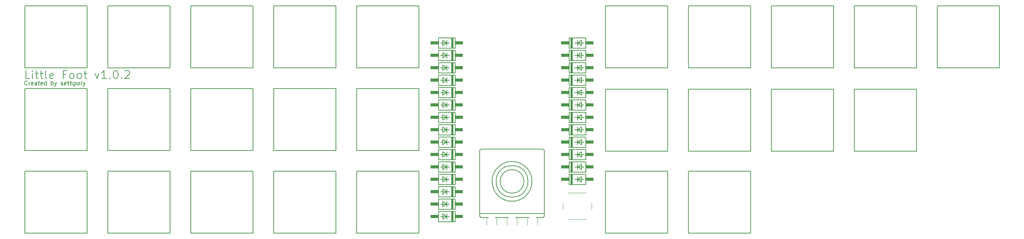
<source format=gto>
%TF.GenerationSoftware,KiCad,Pcbnew,(6.0.2)*%
%TF.CreationDate,2022-03-21T22:20:15-04:00*%
%TF.ProjectId,carpal26_1.0.12,63617270-616c-4323-965f-312e302e3132,rev?*%
%TF.SameCoordinates,Original*%
%TF.FileFunction,Legend,Top*%
%TF.FilePolarity,Positive*%
%FSLAX46Y46*%
G04 Gerber Fmt 4.6, Leading zero omitted, Abs format (unit mm)*
G04 Created by KiCad (PCBNEW (6.0.2)) date 2022-03-21 22:20:15*
%MOMM*%
%LPD*%
G01*
G04 APERTURE LIST*
%ADD10C,0.150000*%
%ADD11C,0.127000*%
%ADD12C,0.152400*%
%ADD13C,0.203200*%
%ADD14C,0.101600*%
%ADD15C,0.120000*%
%ADD16C,4.000400*%
%ADD17C,2.133600*%
%ADD18C,2.743200*%
%ADD19C,1.879600*%
%ADD20C,2.100000*%
%ADD21O,2.003200X3.803200*%
%ADD22C,2.082800*%
%ADD23C,2.000000*%
G04 APERTURE END LIST*
D10*
X20924095Y-95607142D02*
X20876476Y-95654761D01*
X20733619Y-95702380D01*
X20638380Y-95702380D01*
X20495523Y-95654761D01*
X20400285Y-95559523D01*
X20352666Y-95464285D01*
X20305047Y-95273809D01*
X20305047Y-95130952D01*
X20352666Y-94940476D01*
X20400285Y-94845238D01*
X20495523Y-94750000D01*
X20638380Y-94702380D01*
X20733619Y-94702380D01*
X20876476Y-94750000D01*
X20924095Y-94797619D01*
X21352666Y-95702380D02*
X21352666Y-95035714D01*
X21352666Y-95226190D02*
X21400285Y-95130952D01*
X21447904Y-95083333D01*
X21543142Y-95035714D01*
X21638380Y-95035714D01*
X22352666Y-95654761D02*
X22257428Y-95702380D01*
X22066952Y-95702380D01*
X21971714Y-95654761D01*
X21924095Y-95559523D01*
X21924095Y-95178571D01*
X21971714Y-95083333D01*
X22066952Y-95035714D01*
X22257428Y-95035714D01*
X22352666Y-95083333D01*
X22400285Y-95178571D01*
X22400285Y-95273809D01*
X21924095Y-95369047D01*
X23257428Y-95702380D02*
X23257428Y-95178571D01*
X23209809Y-95083333D01*
X23114571Y-95035714D01*
X22924095Y-95035714D01*
X22828857Y-95083333D01*
X23257428Y-95654761D02*
X23162190Y-95702380D01*
X22924095Y-95702380D01*
X22828857Y-95654761D01*
X22781238Y-95559523D01*
X22781238Y-95464285D01*
X22828857Y-95369047D01*
X22924095Y-95321428D01*
X23162190Y-95321428D01*
X23257428Y-95273809D01*
X23590761Y-95035714D02*
X23971714Y-95035714D01*
X23733619Y-94702380D02*
X23733619Y-95559523D01*
X23781238Y-95654761D01*
X23876476Y-95702380D01*
X23971714Y-95702380D01*
X24685999Y-95654761D02*
X24590761Y-95702380D01*
X24400285Y-95702380D01*
X24305047Y-95654761D01*
X24257428Y-95559523D01*
X24257428Y-95178571D01*
X24305047Y-95083333D01*
X24400285Y-95035714D01*
X24590761Y-95035714D01*
X24685999Y-95083333D01*
X24733619Y-95178571D01*
X24733619Y-95273809D01*
X24257428Y-95369047D01*
X25590761Y-95702380D02*
X25590761Y-94702380D01*
X25590761Y-95654761D02*
X25495523Y-95702380D01*
X25305047Y-95702380D01*
X25209809Y-95654761D01*
X25162190Y-95607142D01*
X25114571Y-95511904D01*
X25114571Y-95226190D01*
X25162190Y-95130952D01*
X25209809Y-95083333D01*
X25305047Y-95035714D01*
X25495523Y-95035714D01*
X25590761Y-95083333D01*
X26828857Y-95702380D02*
X26828857Y-94702380D01*
X26828857Y-95083333D02*
X26924095Y-95035714D01*
X27114571Y-95035714D01*
X27209809Y-95083333D01*
X27257428Y-95130952D01*
X27305047Y-95226190D01*
X27305047Y-95511904D01*
X27257428Y-95607142D01*
X27209809Y-95654761D01*
X27114571Y-95702380D01*
X26924095Y-95702380D01*
X26828857Y-95654761D01*
X27638380Y-95035714D02*
X27876476Y-95702380D01*
X28114571Y-95035714D02*
X27876476Y-95702380D01*
X27781238Y-95940476D01*
X27733619Y-95988095D01*
X27638380Y-96035714D01*
X29209809Y-95654761D02*
X29305047Y-95702380D01*
X29495523Y-95702380D01*
X29590761Y-95654761D01*
X29638380Y-95559523D01*
X29638380Y-95511904D01*
X29590761Y-95416666D01*
X29495523Y-95369047D01*
X29352666Y-95369047D01*
X29257428Y-95321428D01*
X29209809Y-95226190D01*
X29209809Y-95178571D01*
X29257428Y-95083333D01*
X29352666Y-95035714D01*
X29495523Y-95035714D01*
X29590761Y-95083333D01*
X30447904Y-95654761D02*
X30352666Y-95702380D01*
X30162190Y-95702380D01*
X30066952Y-95654761D01*
X30019333Y-95559523D01*
X30019333Y-95178571D01*
X30066952Y-95083333D01*
X30162190Y-95035714D01*
X30352666Y-95035714D01*
X30447904Y-95083333D01*
X30495523Y-95178571D01*
X30495523Y-95273809D01*
X30019333Y-95369047D01*
X30781238Y-95035714D02*
X31162190Y-95035714D01*
X30924095Y-94702380D02*
X30924095Y-95559523D01*
X30971714Y-95654761D01*
X31066952Y-95702380D01*
X31162190Y-95702380D01*
X31495523Y-95702380D02*
X31495523Y-94702380D01*
X31924095Y-95702380D02*
X31924095Y-95178571D01*
X31876476Y-95083333D01*
X31781238Y-95035714D01*
X31638380Y-95035714D01*
X31543142Y-95083333D01*
X31495523Y-95130952D01*
X32400285Y-95035714D02*
X32400285Y-96035714D01*
X32400285Y-95083333D02*
X32495523Y-95035714D01*
X32685999Y-95035714D01*
X32781238Y-95083333D01*
X32828857Y-95130952D01*
X32876476Y-95226190D01*
X32876476Y-95511904D01*
X32828857Y-95607142D01*
X32781238Y-95654761D01*
X32685999Y-95702380D01*
X32495523Y-95702380D01*
X32400285Y-95654761D01*
X33447904Y-95702380D02*
X33352666Y-95654761D01*
X33305047Y-95607142D01*
X33257428Y-95511904D01*
X33257428Y-95226190D01*
X33305047Y-95130952D01*
X33352666Y-95083333D01*
X33447904Y-95035714D01*
X33590761Y-95035714D01*
X33686000Y-95083333D01*
X33733619Y-95130952D01*
X33781238Y-95226190D01*
X33781238Y-95511904D01*
X33733619Y-95607142D01*
X33686000Y-95654761D01*
X33590761Y-95702380D01*
X33447904Y-95702380D01*
X34352666Y-95702380D02*
X34257428Y-95654761D01*
X34209809Y-95559523D01*
X34209809Y-94702380D01*
X34638380Y-95035714D02*
X34876476Y-95702380D01*
X35114571Y-95035714D02*
X34876476Y-95702380D01*
X34781238Y-95940476D01*
X34733619Y-95988095D01*
X34638380Y-96035714D01*
X21559714Y-94122761D02*
X20607333Y-94122761D01*
X20607333Y-92122761D01*
X22226380Y-94122761D02*
X22226380Y-92789428D01*
X22226380Y-92122761D02*
X22131142Y-92218000D01*
X22226380Y-92313238D01*
X22321619Y-92218000D01*
X22226380Y-92122761D01*
X22226380Y-92313238D01*
X22893047Y-92789428D02*
X23654952Y-92789428D01*
X23178761Y-92122761D02*
X23178761Y-93837047D01*
X23274000Y-94027523D01*
X23464476Y-94122761D01*
X23654952Y-94122761D01*
X24035904Y-92789428D02*
X24797809Y-92789428D01*
X24321619Y-92122761D02*
X24321619Y-93837047D01*
X24416857Y-94027523D01*
X24607333Y-94122761D01*
X24797809Y-94122761D01*
X25750190Y-94122761D02*
X25559714Y-94027523D01*
X25464476Y-93837047D01*
X25464476Y-92122761D01*
X27274000Y-94027523D02*
X27083523Y-94122761D01*
X26702571Y-94122761D01*
X26512095Y-94027523D01*
X26416857Y-93837047D01*
X26416857Y-93075142D01*
X26512095Y-92884666D01*
X26702571Y-92789428D01*
X27083523Y-92789428D01*
X27274000Y-92884666D01*
X27369238Y-93075142D01*
X27369238Y-93265619D01*
X26416857Y-93456095D01*
X30416857Y-93075142D02*
X29750190Y-93075142D01*
X29750190Y-94122761D02*
X29750190Y-92122761D01*
X30702571Y-92122761D01*
X31750190Y-94122761D02*
X31559714Y-94027523D01*
X31464476Y-93932285D01*
X31369238Y-93741809D01*
X31369238Y-93170380D01*
X31464476Y-92979904D01*
X31559714Y-92884666D01*
X31750190Y-92789428D01*
X32035904Y-92789428D01*
X32226380Y-92884666D01*
X32321619Y-92979904D01*
X32416857Y-93170380D01*
X32416857Y-93741809D01*
X32321619Y-93932285D01*
X32226380Y-94027523D01*
X32035904Y-94122761D01*
X31750190Y-94122761D01*
X33559714Y-94122761D02*
X33369238Y-94027523D01*
X33274000Y-93932285D01*
X33178761Y-93741809D01*
X33178761Y-93170380D01*
X33274000Y-92979904D01*
X33369238Y-92884666D01*
X33559714Y-92789428D01*
X33845428Y-92789428D01*
X34035904Y-92884666D01*
X34131142Y-92979904D01*
X34226380Y-93170380D01*
X34226380Y-93741809D01*
X34131142Y-93932285D01*
X34035904Y-94027523D01*
X33845428Y-94122761D01*
X33559714Y-94122761D01*
X34797809Y-92789428D02*
X35559714Y-92789428D01*
X35083523Y-92122761D02*
X35083523Y-93837047D01*
X35178761Y-94027523D01*
X35369238Y-94122761D01*
X35559714Y-94122761D01*
X37559714Y-92789428D02*
X38035904Y-94122761D01*
X38512095Y-92789428D01*
X40321619Y-94122761D02*
X39178761Y-94122761D01*
X39750190Y-94122761D02*
X39750190Y-92122761D01*
X39559714Y-92408476D01*
X39369238Y-92598952D01*
X39178761Y-92694190D01*
X41178761Y-93932285D02*
X41274000Y-94027523D01*
X41178761Y-94122761D01*
X41083523Y-94027523D01*
X41178761Y-93932285D01*
X41178761Y-94122761D01*
X42512095Y-92122761D02*
X42702571Y-92122761D01*
X42893047Y-92218000D01*
X42988285Y-92313238D01*
X43083523Y-92503714D01*
X43178761Y-92884666D01*
X43178761Y-93360857D01*
X43083523Y-93741809D01*
X42988285Y-93932285D01*
X42893047Y-94027523D01*
X42702571Y-94122761D01*
X42512095Y-94122761D01*
X42321619Y-94027523D01*
X42226380Y-93932285D01*
X42131142Y-93741809D01*
X42035904Y-93360857D01*
X42035904Y-92884666D01*
X42131142Y-92503714D01*
X42226380Y-92313238D01*
X42321619Y-92218000D01*
X42512095Y-92122761D01*
X44035904Y-93932285D02*
X44131142Y-94027523D01*
X44035904Y-94122761D01*
X43940666Y-94027523D01*
X44035904Y-93932285D01*
X44035904Y-94122761D01*
X44893047Y-92313238D02*
X44988285Y-92218000D01*
X45178761Y-92122761D01*
X45654952Y-92122761D01*
X45845428Y-92218000D01*
X45940666Y-92313238D01*
X46035904Y-92503714D01*
X46035904Y-92694190D01*
X45940666Y-92979904D01*
X44797809Y-94122761D01*
X46035904Y-94122761D01*
D11*
X96520000Y-91440000D02*
X81280000Y-91440000D01*
X81280000Y-76200000D02*
X96520000Y-76200000D01*
X81280000Y-91440000D02*
X81280000Y-76200000D01*
X96520000Y-76200000D02*
X96520000Y-91440000D01*
D12*
X122682000Y-101219000D02*
X122682000Y-99949000D01*
X125730000Y-101854000D02*
X121666000Y-101854000D01*
X121666000Y-99314000D02*
X125730000Y-99314000D01*
X123698000Y-100584000D02*
X122682000Y-101219000D01*
X121666000Y-99314000D02*
X121666000Y-101854000D01*
X123698000Y-101219000D02*
X123698000Y-100584000D01*
X124333000Y-100584000D02*
X123698000Y-100584000D01*
X123698000Y-100584000D02*
X123698000Y-99949000D01*
X122682000Y-99949000D02*
X123698000Y-100584000D01*
X123698000Y-100584000D02*
X122174000Y-100584000D01*
X125730000Y-101854000D02*
X125730000Y-99314000D01*
G36*
X125349000Y-101854000D02*
G01*
X124841000Y-101854000D01*
X124841000Y-99314000D01*
X125349000Y-99314000D01*
X125349000Y-101854000D01*
G37*
G36*
X121666000Y-100965000D02*
G01*
X119761000Y-100965000D01*
X119761000Y-100203000D01*
X121666000Y-100203000D01*
X121666000Y-100965000D01*
G37*
G36*
X127635000Y-100965000D02*
G01*
X125730000Y-100965000D01*
X125730000Y-100203000D01*
X127635000Y-100203000D01*
X127635000Y-100965000D01*
G37*
X124333000Y-112776000D02*
X123698000Y-112776000D01*
X123698000Y-113411000D02*
X123698000Y-112776000D01*
X123698000Y-112776000D02*
X123698000Y-112141000D01*
X125730000Y-114046000D02*
X121666000Y-114046000D01*
X123698000Y-112776000D02*
X122682000Y-113411000D01*
X121666000Y-111506000D02*
X121666000Y-114046000D01*
X123698000Y-112776000D02*
X122174000Y-112776000D01*
X121666000Y-111506000D02*
X125730000Y-111506000D01*
X125730000Y-114046000D02*
X125730000Y-111506000D01*
X122682000Y-112141000D02*
X123698000Y-112776000D01*
X122682000Y-113411000D02*
X122682000Y-112141000D01*
G36*
X121666000Y-113157000D02*
G01*
X119761000Y-113157000D01*
X119761000Y-112395000D01*
X121666000Y-112395000D01*
X121666000Y-113157000D01*
G37*
G36*
X127635000Y-113157000D02*
G01*
X125730000Y-113157000D01*
X125730000Y-112395000D01*
X127635000Y-112395000D01*
X127635000Y-113157000D01*
G37*
G36*
X125349000Y-114046000D02*
G01*
X124841000Y-114046000D01*
X124841000Y-111506000D01*
X125349000Y-111506000D01*
X125349000Y-114046000D01*
G37*
X156718000Y-109093000D02*
X156718000Y-110363000D01*
X155702000Y-109093000D02*
X155702000Y-109728000D01*
X153670000Y-108458000D02*
X157734000Y-108458000D01*
X156718000Y-110363000D02*
X155702000Y-109728000D01*
X155702000Y-109728000D02*
X156718000Y-109093000D01*
X153670000Y-108458000D02*
X153670000Y-110998000D01*
X155702000Y-109728000D02*
X155702000Y-110363000D01*
X155702000Y-109728000D02*
X157226000Y-109728000D01*
X157734000Y-110998000D02*
X157734000Y-108458000D01*
X157734000Y-110998000D02*
X153670000Y-110998000D01*
X155067000Y-109728000D02*
X155702000Y-109728000D01*
G36*
X154559000Y-110998000D02*
G01*
X154051000Y-110998000D01*
X154051000Y-108458000D01*
X154559000Y-108458000D01*
X154559000Y-110998000D01*
G37*
G36*
X153670000Y-110109000D02*
G01*
X151765000Y-110109000D01*
X151765000Y-109347000D01*
X153670000Y-109347000D01*
X153670000Y-110109000D01*
G37*
G36*
X159639000Y-110109000D02*
G01*
X157734000Y-110109000D01*
X157734000Y-109347000D01*
X159639000Y-109347000D01*
X159639000Y-110109000D01*
G37*
D11*
X182880000Y-132080000D02*
X182880000Y-116840000D01*
X182880000Y-116840000D02*
X198120000Y-116840000D01*
X198120000Y-116840000D02*
X198120000Y-132080000D01*
X198120000Y-132080000D02*
X182880000Y-132080000D01*
D12*
X156718000Y-118237000D02*
X156718000Y-119507000D01*
X155702000Y-118872000D02*
X156718000Y-118237000D01*
X157734000Y-120142000D02*
X157734000Y-117602000D01*
X156718000Y-119507000D02*
X155702000Y-118872000D01*
X153670000Y-117602000D02*
X157734000Y-117602000D01*
X155702000Y-118872000D02*
X155702000Y-119507000D01*
X157734000Y-120142000D02*
X153670000Y-120142000D01*
X155067000Y-118872000D02*
X155702000Y-118872000D01*
X155702000Y-118872000D02*
X157226000Y-118872000D01*
X153670000Y-117602000D02*
X153670000Y-120142000D01*
X155702000Y-118237000D02*
X155702000Y-118872000D01*
G36*
X154559000Y-120142000D02*
G01*
X154051000Y-120142000D01*
X154051000Y-117602000D01*
X154559000Y-117602000D01*
X154559000Y-120142000D01*
G37*
G36*
X159639000Y-119253000D02*
G01*
X157734000Y-119253000D01*
X157734000Y-118491000D01*
X159639000Y-118491000D01*
X159639000Y-119253000D01*
G37*
G36*
X153670000Y-119253000D02*
G01*
X151765000Y-119253000D01*
X151765000Y-118491000D01*
X153670000Y-118491000D01*
X153670000Y-119253000D01*
G37*
D11*
X60960000Y-132080000D02*
X60960000Y-116840000D01*
X76200000Y-116840000D02*
X76200000Y-132080000D01*
X76200000Y-132080000D02*
X60960000Y-132080000D01*
X60960000Y-116840000D02*
X76200000Y-116840000D01*
X55880000Y-111760000D02*
X40640000Y-111760000D01*
X40640000Y-111760000D02*
X40640000Y-96520000D01*
X40640000Y-96520000D02*
X55880000Y-96520000D01*
X55880000Y-96520000D02*
X55880000Y-111760000D01*
X76200000Y-91440000D02*
X60960000Y-91440000D01*
X60960000Y-76200000D02*
X76200000Y-76200000D01*
X76200000Y-76200000D02*
X76200000Y-91440000D01*
X60960000Y-91440000D02*
X60960000Y-76200000D01*
D12*
X123698000Y-107315000D02*
X123698000Y-106680000D01*
X125730000Y-107950000D02*
X121666000Y-107950000D01*
X122682000Y-106045000D02*
X123698000Y-106680000D01*
X125730000Y-107950000D02*
X125730000Y-105410000D01*
X122682000Y-107315000D02*
X122682000Y-106045000D01*
X123698000Y-106680000D02*
X123698000Y-106045000D01*
X124333000Y-106680000D02*
X123698000Y-106680000D01*
X123698000Y-106680000D02*
X122682000Y-107315000D01*
X123698000Y-106680000D02*
X122174000Y-106680000D01*
X121666000Y-105410000D02*
X121666000Y-107950000D01*
X121666000Y-105410000D02*
X125730000Y-105410000D01*
G36*
X125349000Y-107950000D02*
G01*
X124841000Y-107950000D01*
X124841000Y-105410000D01*
X125349000Y-105410000D01*
X125349000Y-107950000D01*
G37*
G36*
X127635000Y-107061000D02*
G01*
X125730000Y-107061000D01*
X125730000Y-106299000D01*
X127635000Y-106299000D01*
X127635000Y-107061000D01*
G37*
G36*
X121666000Y-107061000D02*
G01*
X119761000Y-107061000D01*
X119761000Y-106299000D01*
X121666000Y-106299000D01*
X121666000Y-107061000D01*
G37*
X155702000Y-115824000D02*
X155702000Y-116459000D01*
X153670000Y-114554000D02*
X157734000Y-114554000D01*
X155067000Y-115824000D02*
X155702000Y-115824000D01*
X155702000Y-115824000D02*
X156718000Y-115189000D01*
X157734000Y-117094000D02*
X157734000Y-114554000D01*
X157734000Y-117094000D02*
X153670000Y-117094000D01*
X156718000Y-115189000D02*
X156718000Y-116459000D01*
X155702000Y-115824000D02*
X157226000Y-115824000D01*
X156718000Y-116459000D02*
X155702000Y-115824000D01*
X155702000Y-115189000D02*
X155702000Y-115824000D01*
X153670000Y-114554000D02*
X153670000Y-117094000D01*
G36*
X154559000Y-117094000D02*
G01*
X154051000Y-117094000D01*
X154051000Y-114554000D01*
X154559000Y-114554000D01*
X154559000Y-117094000D01*
G37*
G36*
X153670000Y-116205000D02*
G01*
X151765000Y-116205000D01*
X151765000Y-115443000D01*
X153670000Y-115443000D01*
X153670000Y-116205000D01*
G37*
G36*
X159639000Y-116205000D02*
G01*
X157734000Y-116205000D01*
X157734000Y-115443000D01*
X159639000Y-115443000D01*
X159639000Y-116205000D01*
G37*
D11*
X203200000Y-76200000D02*
X218440000Y-76200000D01*
X203200000Y-91440000D02*
X203200000Y-76200000D01*
X218440000Y-91440000D02*
X203200000Y-91440000D01*
X218440000Y-76200000D02*
X218440000Y-91440000D01*
D13*
X132100000Y-111480000D02*
X131800000Y-111780000D01*
X147600000Y-127280000D02*
X147600000Y-111780000D01*
X147600000Y-111780000D02*
X147300000Y-111480000D01*
D14*
X138500000Y-130080000D02*
X138500000Y-128380000D01*
X140900000Y-130080000D02*
X140900000Y-128380000D01*
D13*
X131800000Y-111780000D02*
X131800000Y-127280000D01*
X147300000Y-111480000D02*
X139700000Y-111480000D01*
X132100000Y-128280000D02*
X131800000Y-127980000D01*
X147600000Y-127980000D02*
X147600000Y-127380000D01*
D14*
X145900000Y-130080000D02*
X145900000Y-128380000D01*
X133500000Y-130080000D02*
X133500000Y-128380000D01*
X135900000Y-130080000D02*
X135900000Y-128380000D01*
D13*
X131800000Y-127980000D02*
X131800000Y-127380000D01*
X131800000Y-127280000D02*
X139700000Y-127280000D01*
D14*
X143500000Y-130080000D02*
X143500000Y-128380000D01*
D13*
X147300000Y-128280000D02*
X147600000Y-127980000D01*
X139700000Y-127280000D02*
X147600000Y-127280000D01*
X132100000Y-128280000D02*
X147300000Y-128280000D01*
X139700000Y-111480000D02*
X132100000Y-111480000D01*
X144600000Y-119380000D02*
G75*
G03*
X144600000Y-119380000I-4900000J0D01*
G01*
X142600000Y-119380000D02*
G75*
G03*
X142600000Y-119380000I-2900000J0D01*
G01*
X143600000Y-119380000D02*
G75*
G03*
X143600000Y-119380000I-3900000J0D01*
G01*
D11*
X55880000Y-116840000D02*
X55880000Y-132080000D01*
X40640000Y-132080000D02*
X40640000Y-116840000D01*
X40640000Y-116840000D02*
X55880000Y-116840000D01*
X55880000Y-132080000D02*
X40640000Y-132080000D01*
X60960000Y-111760000D02*
X60960000Y-96520000D01*
X76200000Y-111760000D02*
X60960000Y-111760000D01*
X60960000Y-96520000D02*
X76200000Y-96520000D01*
X76200000Y-96520000D02*
X76200000Y-111760000D01*
X223520000Y-96740000D02*
X238760000Y-96740000D01*
X223520000Y-111980000D02*
X223520000Y-96740000D01*
X238760000Y-111980000D02*
X223520000Y-111980000D01*
X238760000Y-96740000D02*
X238760000Y-111980000D01*
X223520000Y-91440000D02*
X223520000Y-76200000D01*
X223520000Y-76200000D02*
X238760000Y-76200000D01*
X238760000Y-76200000D02*
X238760000Y-91440000D01*
X238760000Y-91440000D02*
X223520000Y-91440000D01*
D12*
X153670000Y-99314000D02*
X157734000Y-99314000D01*
X155702000Y-100584000D02*
X157226000Y-100584000D01*
X155702000Y-100584000D02*
X155702000Y-101219000D01*
X155067000Y-100584000D02*
X155702000Y-100584000D01*
X157734000Y-101854000D02*
X153670000Y-101854000D01*
X157734000Y-101854000D02*
X157734000Y-99314000D01*
X156718000Y-99949000D02*
X156718000Y-101219000D01*
X155702000Y-99949000D02*
X155702000Y-100584000D01*
X153670000Y-99314000D02*
X153670000Y-101854000D01*
X155702000Y-100584000D02*
X156718000Y-99949000D01*
X156718000Y-101219000D02*
X155702000Y-100584000D01*
G36*
X159639000Y-100965000D02*
G01*
X157734000Y-100965000D01*
X157734000Y-100203000D01*
X159639000Y-100203000D01*
X159639000Y-100965000D01*
G37*
G36*
X154559000Y-101854000D02*
G01*
X154051000Y-101854000D01*
X154051000Y-99314000D01*
X154559000Y-99314000D01*
X154559000Y-101854000D01*
G37*
G36*
X153670000Y-100965000D02*
G01*
X151765000Y-100965000D01*
X151765000Y-100203000D01*
X153670000Y-100203000D01*
X153670000Y-100965000D01*
G37*
X156718000Y-98171000D02*
X155702000Y-97536000D01*
X157734000Y-98806000D02*
X157734000Y-96266000D01*
X153670000Y-96266000D02*
X157734000Y-96266000D01*
X155702000Y-97536000D02*
X156718000Y-96901000D01*
X155702000Y-97536000D02*
X157226000Y-97536000D01*
X155702000Y-97536000D02*
X155702000Y-98171000D01*
X156718000Y-96901000D02*
X156718000Y-98171000D01*
X155702000Y-96901000D02*
X155702000Y-97536000D01*
X155067000Y-97536000D02*
X155702000Y-97536000D01*
X153670000Y-96266000D02*
X153670000Y-98806000D01*
X157734000Y-98806000D02*
X153670000Y-98806000D01*
G36*
X154559000Y-98806000D02*
G01*
X154051000Y-98806000D01*
X154051000Y-96266000D01*
X154559000Y-96266000D01*
X154559000Y-98806000D01*
G37*
G36*
X153670000Y-97917000D02*
G01*
X151765000Y-97917000D01*
X151765000Y-97155000D01*
X153670000Y-97155000D01*
X153670000Y-97917000D01*
G37*
G36*
X159639000Y-97917000D02*
G01*
X157734000Y-97917000D01*
X157734000Y-97155000D01*
X159639000Y-97155000D01*
X159639000Y-97917000D01*
G37*
X155067000Y-112776000D02*
X155702000Y-112776000D01*
X156718000Y-112141000D02*
X156718000Y-113411000D01*
X155702000Y-112776000D02*
X155702000Y-113411000D01*
X155702000Y-112776000D02*
X156718000Y-112141000D01*
X156718000Y-113411000D02*
X155702000Y-112776000D01*
X153670000Y-111506000D02*
X157734000Y-111506000D01*
X155702000Y-112141000D02*
X155702000Y-112776000D01*
X153670000Y-111506000D02*
X153670000Y-114046000D01*
X157734000Y-114046000D02*
X157734000Y-111506000D01*
X155702000Y-112776000D02*
X157226000Y-112776000D01*
X157734000Y-114046000D02*
X153670000Y-114046000D01*
G36*
X153670000Y-113157000D02*
G01*
X151765000Y-113157000D01*
X151765000Y-112395000D01*
X153670000Y-112395000D01*
X153670000Y-113157000D01*
G37*
G36*
X159639000Y-113157000D02*
G01*
X157734000Y-113157000D01*
X157734000Y-112395000D01*
X159639000Y-112395000D01*
X159639000Y-113157000D01*
G37*
G36*
X154559000Y-114046000D02*
G01*
X154051000Y-114046000D01*
X154051000Y-111506000D01*
X154559000Y-111506000D01*
X154559000Y-114046000D01*
G37*
X123698000Y-125603000D02*
X123698000Y-124968000D01*
X125730000Y-126238000D02*
X125730000Y-123698000D01*
X121666000Y-123698000D02*
X125730000Y-123698000D01*
X123698000Y-124968000D02*
X123698000Y-124333000D01*
X122682000Y-124333000D02*
X123698000Y-124968000D01*
X121666000Y-123698000D02*
X121666000Y-126238000D01*
X123698000Y-124968000D02*
X122174000Y-124968000D01*
X123698000Y-124968000D02*
X122682000Y-125603000D01*
X125730000Y-126238000D02*
X121666000Y-126238000D01*
X124333000Y-124968000D02*
X123698000Y-124968000D01*
X122682000Y-125603000D02*
X122682000Y-124333000D01*
G36*
X127635000Y-125349000D02*
G01*
X125730000Y-125349000D01*
X125730000Y-124587000D01*
X127635000Y-124587000D01*
X127635000Y-125349000D01*
G37*
G36*
X121666000Y-125349000D02*
G01*
X119761000Y-125349000D01*
X119761000Y-124587000D01*
X121666000Y-124587000D01*
X121666000Y-125349000D01*
G37*
G36*
X125349000Y-126238000D02*
G01*
X124841000Y-126238000D01*
X124841000Y-123698000D01*
X125349000Y-123698000D01*
X125349000Y-126238000D01*
G37*
D11*
X81280000Y-132080000D02*
X81280000Y-116840000D01*
X81280000Y-116840000D02*
X96520000Y-116840000D01*
X96520000Y-116840000D02*
X96520000Y-132080000D01*
X96520000Y-132080000D02*
X81280000Y-132080000D01*
X182880000Y-91440000D02*
X182880000Y-76200000D01*
X182880000Y-76200000D02*
X198120000Y-76200000D01*
X198120000Y-76200000D02*
X198120000Y-91440000D01*
X198120000Y-91440000D02*
X182880000Y-91440000D01*
X162560000Y-91440000D02*
X162560000Y-76200000D01*
X177800000Y-76200000D02*
X177800000Y-91440000D01*
X177800000Y-91440000D02*
X162560000Y-91440000D01*
X162560000Y-76200000D02*
X177800000Y-76200000D01*
X177800000Y-96740000D02*
X177800000Y-111980000D01*
X162560000Y-96740000D02*
X177800000Y-96740000D01*
X162560000Y-111980000D02*
X162560000Y-96740000D01*
X177800000Y-111980000D02*
X162560000Y-111980000D01*
D12*
X124333000Y-115824000D02*
X123698000Y-115824000D01*
X123698000Y-115824000D02*
X122682000Y-116459000D01*
X123698000Y-116459000D02*
X123698000Y-115824000D01*
X125730000Y-117094000D02*
X125730000Y-114554000D01*
X122682000Y-115189000D02*
X123698000Y-115824000D01*
X121666000Y-114554000D02*
X125730000Y-114554000D01*
X123698000Y-115824000D02*
X122174000Y-115824000D01*
X123698000Y-115824000D02*
X123698000Y-115189000D01*
X121666000Y-114554000D02*
X121666000Y-117094000D01*
X125730000Y-117094000D02*
X121666000Y-117094000D01*
X122682000Y-116459000D02*
X122682000Y-115189000D01*
G36*
X127635000Y-116205000D02*
G01*
X125730000Y-116205000D01*
X125730000Y-115443000D01*
X127635000Y-115443000D01*
X127635000Y-116205000D01*
G37*
G36*
X125349000Y-117094000D02*
G01*
X124841000Y-117094000D01*
X124841000Y-114554000D01*
X125349000Y-114554000D01*
X125349000Y-117094000D01*
G37*
G36*
X121666000Y-116205000D02*
G01*
X119761000Y-116205000D01*
X119761000Y-115443000D01*
X121666000Y-115443000D01*
X121666000Y-116205000D01*
G37*
D11*
X198120000Y-96740000D02*
X198120000Y-111980000D01*
X182880000Y-111980000D02*
X182880000Y-96740000D01*
X182880000Y-96740000D02*
X198120000Y-96740000D01*
X198120000Y-111980000D02*
X182880000Y-111980000D01*
X101600000Y-111760000D02*
X101600000Y-96520000D01*
X101600000Y-96520000D02*
X116840000Y-96520000D01*
X116840000Y-111760000D02*
X101600000Y-111760000D01*
X116840000Y-96520000D02*
X116840000Y-111760000D01*
D12*
X122682000Y-118237000D02*
X123698000Y-118872000D01*
X121666000Y-117602000D02*
X125730000Y-117602000D01*
X123698000Y-119507000D02*
X123698000Y-118872000D01*
X123698000Y-118872000D02*
X122174000Y-118872000D01*
X125730000Y-120142000D02*
X121666000Y-120142000D01*
X123698000Y-118872000D02*
X122682000Y-119507000D01*
X125730000Y-120142000D02*
X125730000Y-117602000D01*
X122682000Y-119507000D02*
X122682000Y-118237000D01*
X124333000Y-118872000D02*
X123698000Y-118872000D01*
X121666000Y-117602000D02*
X121666000Y-120142000D01*
X123698000Y-118872000D02*
X123698000Y-118237000D01*
G36*
X127635000Y-119253000D02*
G01*
X125730000Y-119253000D01*
X125730000Y-118491000D01*
X127635000Y-118491000D01*
X127635000Y-119253000D01*
G37*
G36*
X121666000Y-119253000D02*
G01*
X119761000Y-119253000D01*
X119761000Y-118491000D01*
X121666000Y-118491000D01*
X121666000Y-119253000D01*
G37*
G36*
X125349000Y-120142000D02*
G01*
X124841000Y-120142000D01*
X124841000Y-117602000D01*
X125349000Y-117602000D01*
X125349000Y-120142000D01*
G37*
X125730000Y-98806000D02*
X121666000Y-98806000D01*
X123698000Y-98171000D02*
X123698000Y-97536000D01*
X123698000Y-97536000D02*
X123698000Y-96901000D01*
X123698000Y-97536000D02*
X122682000Y-98171000D01*
X121666000Y-96266000D02*
X125730000Y-96266000D01*
X124333000Y-97536000D02*
X123698000Y-97536000D01*
X122682000Y-96901000D02*
X123698000Y-97536000D01*
X123698000Y-97536000D02*
X122174000Y-97536000D01*
X125730000Y-98806000D02*
X125730000Y-96266000D01*
X122682000Y-98171000D02*
X122682000Y-96901000D01*
X121666000Y-96266000D02*
X121666000Y-98806000D01*
G36*
X125349000Y-98806000D02*
G01*
X124841000Y-98806000D01*
X124841000Y-96266000D01*
X125349000Y-96266000D01*
X125349000Y-98806000D01*
G37*
G36*
X121666000Y-97917000D02*
G01*
X119761000Y-97917000D01*
X119761000Y-97155000D01*
X121666000Y-97155000D01*
X121666000Y-97917000D01*
G37*
G36*
X127635000Y-97917000D02*
G01*
X125730000Y-97917000D01*
X125730000Y-97155000D01*
X127635000Y-97155000D01*
X127635000Y-97917000D01*
G37*
X155702000Y-91440000D02*
X155702000Y-92075000D01*
X155702000Y-91440000D02*
X156718000Y-90805000D01*
X156718000Y-90805000D02*
X156718000Y-92075000D01*
X155702000Y-90805000D02*
X155702000Y-91440000D01*
X157734000Y-92710000D02*
X153670000Y-92710000D01*
X153670000Y-90170000D02*
X157734000Y-90170000D01*
X153670000Y-90170000D02*
X153670000Y-92710000D01*
X155702000Y-91440000D02*
X157226000Y-91440000D01*
X155067000Y-91440000D02*
X155702000Y-91440000D01*
X157734000Y-92710000D02*
X157734000Y-90170000D01*
X156718000Y-92075000D02*
X155702000Y-91440000D01*
G36*
X153670000Y-91821000D02*
G01*
X151765000Y-91821000D01*
X151765000Y-91059000D01*
X153670000Y-91059000D01*
X153670000Y-91821000D01*
G37*
G36*
X159639000Y-91821000D02*
G01*
X157734000Y-91821000D01*
X157734000Y-91059000D01*
X159639000Y-91059000D01*
X159639000Y-91821000D01*
G37*
G36*
X154559000Y-92710000D02*
G01*
X154051000Y-92710000D01*
X154051000Y-90170000D01*
X154559000Y-90170000D01*
X154559000Y-92710000D01*
G37*
X155702000Y-106680000D02*
X155702000Y-107315000D01*
X155702000Y-106045000D02*
X155702000Y-106680000D01*
X153670000Y-105410000D02*
X153670000Y-107950000D01*
X157734000Y-107950000D02*
X157734000Y-105410000D01*
X155702000Y-106680000D02*
X157226000Y-106680000D01*
X156718000Y-107315000D02*
X155702000Y-106680000D01*
X155067000Y-106680000D02*
X155702000Y-106680000D01*
X153670000Y-105410000D02*
X157734000Y-105410000D01*
X155702000Y-106680000D02*
X156718000Y-106045000D01*
X157734000Y-107950000D02*
X153670000Y-107950000D01*
X156718000Y-106045000D02*
X156718000Y-107315000D01*
G36*
X154559000Y-107950000D02*
G01*
X154051000Y-107950000D01*
X154051000Y-105410000D01*
X154559000Y-105410000D01*
X154559000Y-107950000D01*
G37*
G36*
X159639000Y-107061000D02*
G01*
X157734000Y-107061000D01*
X157734000Y-106299000D01*
X159639000Y-106299000D01*
X159639000Y-107061000D01*
G37*
G36*
X153670000Y-107061000D02*
G01*
X151765000Y-107061000D01*
X151765000Y-106299000D01*
X153670000Y-106299000D01*
X153670000Y-107061000D01*
G37*
X125730000Y-92710000D02*
X121666000Y-92710000D01*
X123698000Y-91440000D02*
X123698000Y-90805000D01*
X124333000Y-91440000D02*
X123698000Y-91440000D01*
X121666000Y-90170000D02*
X125730000Y-90170000D01*
X123698000Y-91440000D02*
X122682000Y-92075000D01*
X122682000Y-90805000D02*
X123698000Y-91440000D01*
X123698000Y-92075000D02*
X123698000Y-91440000D01*
X121666000Y-90170000D02*
X121666000Y-92710000D01*
X122682000Y-92075000D02*
X122682000Y-90805000D01*
X123698000Y-91440000D02*
X122174000Y-91440000D01*
X125730000Y-92710000D02*
X125730000Y-90170000D01*
G36*
X125349000Y-92710000D02*
G01*
X124841000Y-92710000D01*
X124841000Y-90170000D01*
X125349000Y-90170000D01*
X125349000Y-92710000D01*
G37*
G36*
X127635000Y-91821000D02*
G01*
X125730000Y-91821000D01*
X125730000Y-91059000D01*
X127635000Y-91059000D01*
X127635000Y-91821000D01*
G37*
G36*
X121666000Y-91821000D02*
G01*
X119761000Y-91821000D01*
X119761000Y-91059000D01*
X121666000Y-91059000D01*
X121666000Y-91821000D01*
G37*
X156718000Y-84709000D02*
X156718000Y-85979000D01*
X155702000Y-85344000D02*
X157226000Y-85344000D01*
X155067000Y-85344000D02*
X155702000Y-85344000D01*
X155702000Y-85344000D02*
X156718000Y-84709000D01*
X155702000Y-85344000D02*
X155702000Y-85979000D01*
X156718000Y-85979000D02*
X155702000Y-85344000D01*
X157734000Y-86614000D02*
X153670000Y-86614000D01*
X153670000Y-84074000D02*
X157734000Y-84074000D01*
X153670000Y-84074000D02*
X153670000Y-86614000D01*
X157734000Y-86614000D02*
X157734000Y-84074000D01*
X155702000Y-84709000D02*
X155702000Y-85344000D01*
G36*
X154559000Y-86614000D02*
G01*
X154051000Y-86614000D01*
X154051000Y-84074000D01*
X154559000Y-84074000D01*
X154559000Y-86614000D01*
G37*
G36*
X159639000Y-85725000D02*
G01*
X157734000Y-85725000D01*
X157734000Y-84963000D01*
X159639000Y-84963000D01*
X159639000Y-85725000D01*
G37*
G36*
X153670000Y-85725000D02*
G01*
X151765000Y-85725000D01*
X151765000Y-84963000D01*
X153670000Y-84963000D01*
X153670000Y-85725000D01*
G37*
X156718000Y-87757000D02*
X156718000Y-89027000D01*
X155702000Y-87757000D02*
X155702000Y-88392000D01*
X156718000Y-89027000D02*
X155702000Y-88392000D01*
X157734000Y-89662000D02*
X153670000Y-89662000D01*
X155702000Y-88392000D02*
X155702000Y-89027000D01*
X153670000Y-87122000D02*
X157734000Y-87122000D01*
X155067000Y-88392000D02*
X155702000Y-88392000D01*
X157734000Y-89662000D02*
X157734000Y-87122000D01*
X155702000Y-88392000D02*
X157226000Y-88392000D01*
X153670000Y-87122000D02*
X153670000Y-89662000D01*
X155702000Y-88392000D02*
X156718000Y-87757000D01*
G36*
X153670000Y-88773000D02*
G01*
X151765000Y-88773000D01*
X151765000Y-88011000D01*
X153670000Y-88011000D01*
X153670000Y-88773000D01*
G37*
G36*
X154559000Y-89662000D02*
G01*
X154051000Y-89662000D01*
X154051000Y-87122000D01*
X154559000Y-87122000D01*
X154559000Y-89662000D01*
G37*
G36*
X159639000Y-88773000D02*
G01*
X157734000Y-88773000D01*
X157734000Y-88011000D01*
X159639000Y-88011000D01*
X159639000Y-88773000D01*
G37*
D11*
X101600000Y-76200000D02*
X116840000Y-76200000D01*
X116840000Y-76200000D02*
X116840000Y-91440000D01*
X116840000Y-91440000D02*
X101600000Y-91440000D01*
X101600000Y-91440000D02*
X101600000Y-76200000D01*
D12*
X156718000Y-95123000D02*
X155702000Y-94488000D01*
X157734000Y-95758000D02*
X153670000Y-95758000D01*
X155702000Y-94488000D02*
X156718000Y-93853000D01*
X155067000Y-94488000D02*
X155702000Y-94488000D01*
X155702000Y-93853000D02*
X155702000Y-94488000D01*
X157734000Y-95758000D02*
X157734000Y-93218000D01*
X153670000Y-93218000D02*
X157734000Y-93218000D01*
X156718000Y-93853000D02*
X156718000Y-95123000D01*
X155702000Y-94488000D02*
X157226000Y-94488000D01*
X155702000Y-94488000D02*
X155702000Y-95123000D01*
X153670000Y-93218000D02*
X153670000Y-95758000D01*
G36*
X154559000Y-95758000D02*
G01*
X154051000Y-95758000D01*
X154051000Y-93218000D01*
X154559000Y-93218000D01*
X154559000Y-95758000D01*
G37*
G36*
X153670000Y-94869000D02*
G01*
X151765000Y-94869000D01*
X151765000Y-94107000D01*
X153670000Y-94107000D01*
X153670000Y-94869000D01*
G37*
G36*
X159639000Y-94869000D02*
G01*
X157734000Y-94869000D01*
X157734000Y-94107000D01*
X159639000Y-94107000D01*
X159639000Y-94869000D01*
G37*
D11*
X55880000Y-91440000D02*
X40640000Y-91440000D01*
X40640000Y-76200000D02*
X55880000Y-76200000D01*
X55880000Y-76200000D02*
X55880000Y-91440000D01*
X40640000Y-91440000D02*
X40640000Y-76200000D01*
X162560000Y-132080000D02*
X162560000Y-116840000D01*
X177800000Y-132080000D02*
X162560000Y-132080000D01*
X177800000Y-116840000D02*
X177800000Y-132080000D01*
X162560000Y-116840000D02*
X177800000Y-116840000D01*
X81280000Y-111760000D02*
X81280000Y-96520000D01*
X96520000Y-96520000D02*
X96520000Y-111760000D01*
X96520000Y-111760000D02*
X81280000Y-111760000D01*
X81280000Y-96520000D02*
X96520000Y-96520000D01*
D12*
X121666000Y-93218000D02*
X121666000Y-95758000D01*
X125730000Y-95758000D02*
X125730000Y-93218000D01*
X124333000Y-94488000D02*
X123698000Y-94488000D01*
X122682000Y-95123000D02*
X122682000Y-93853000D01*
X123698000Y-95123000D02*
X123698000Y-94488000D01*
X121666000Y-93218000D02*
X125730000Y-93218000D01*
X123698000Y-94488000D02*
X122682000Y-95123000D01*
X123698000Y-94488000D02*
X123698000Y-93853000D01*
X125730000Y-95758000D02*
X121666000Y-95758000D01*
X123698000Y-94488000D02*
X122174000Y-94488000D01*
X122682000Y-93853000D02*
X123698000Y-94488000D01*
G36*
X127635000Y-94869000D02*
G01*
X125730000Y-94869000D01*
X125730000Y-94107000D01*
X127635000Y-94107000D01*
X127635000Y-94869000D01*
G37*
G36*
X125349000Y-95758000D02*
G01*
X124841000Y-95758000D01*
X124841000Y-93218000D01*
X125349000Y-93218000D01*
X125349000Y-95758000D01*
G37*
G36*
X121666000Y-94869000D02*
G01*
X119761000Y-94869000D01*
X119761000Y-94107000D01*
X121666000Y-94107000D01*
X121666000Y-94869000D01*
G37*
D11*
X35560000Y-116840000D02*
X35560000Y-132080000D01*
X35560000Y-132080000D02*
X20320000Y-132080000D01*
X20320000Y-116840000D02*
X35560000Y-116840000D01*
X20320000Y-132080000D02*
X20320000Y-116840000D01*
X35560000Y-96520000D02*
X35560000Y-111760000D01*
X35560000Y-111760000D02*
X20320000Y-111760000D01*
X20320000Y-111760000D02*
X20320000Y-96520000D01*
X20320000Y-96520000D02*
X35560000Y-96520000D01*
D12*
X124333000Y-85344000D02*
X123698000Y-85344000D01*
X125730000Y-86614000D02*
X121666000Y-86614000D01*
X122682000Y-84709000D02*
X123698000Y-85344000D01*
X122682000Y-85979000D02*
X122682000Y-84709000D01*
X121666000Y-84074000D02*
X121666000Y-86614000D01*
X123698000Y-85344000D02*
X122682000Y-85979000D01*
X123698000Y-85344000D02*
X122174000Y-85344000D01*
X121666000Y-84074000D02*
X125730000Y-84074000D01*
X123698000Y-85979000D02*
X123698000Y-85344000D01*
X123698000Y-85344000D02*
X123698000Y-84709000D01*
X125730000Y-86614000D02*
X125730000Y-84074000D01*
G36*
X127635000Y-85725000D02*
G01*
X125730000Y-85725000D01*
X125730000Y-84963000D01*
X127635000Y-84963000D01*
X127635000Y-85725000D01*
G37*
G36*
X121666000Y-85725000D02*
G01*
X119761000Y-85725000D01*
X119761000Y-84963000D01*
X121666000Y-84963000D01*
X121666000Y-85725000D01*
G37*
G36*
X125349000Y-86614000D02*
G01*
X124841000Y-86614000D01*
X124841000Y-84074000D01*
X125349000Y-84074000D01*
X125349000Y-86614000D01*
G37*
D15*
X152202000Y-124726000D02*
X152202000Y-126226000D01*
X153452000Y-128726000D02*
X157952000Y-128726000D01*
X159202000Y-126226000D02*
X159202000Y-124726000D01*
X157952000Y-122226000D02*
X153452000Y-122226000D01*
D12*
X155702000Y-103632000D02*
X157226000Y-103632000D01*
X156718000Y-104267000D02*
X155702000Y-103632000D01*
X153670000Y-102362000D02*
X157734000Y-102362000D01*
X156718000Y-102997000D02*
X156718000Y-104267000D01*
X155702000Y-103632000D02*
X155702000Y-104267000D01*
X153670000Y-102362000D02*
X153670000Y-104902000D01*
X155067000Y-103632000D02*
X155702000Y-103632000D01*
X157734000Y-104902000D02*
X153670000Y-104902000D01*
X155702000Y-103632000D02*
X156718000Y-102997000D01*
X155702000Y-102997000D02*
X155702000Y-103632000D01*
X157734000Y-104902000D02*
X157734000Y-102362000D01*
G36*
X159639000Y-104013000D02*
G01*
X157734000Y-104013000D01*
X157734000Y-103251000D01*
X159639000Y-103251000D01*
X159639000Y-104013000D01*
G37*
G36*
X153670000Y-104013000D02*
G01*
X151765000Y-104013000D01*
X151765000Y-103251000D01*
X153670000Y-103251000D01*
X153670000Y-104013000D01*
G37*
G36*
X154559000Y-104902000D02*
G01*
X154051000Y-104902000D01*
X154051000Y-102362000D01*
X154559000Y-102362000D01*
X154559000Y-104902000D01*
G37*
D11*
X116840000Y-116840000D02*
X116840000Y-132080000D01*
X116840000Y-132080000D02*
X101600000Y-132080000D01*
X101600000Y-116840000D02*
X116840000Y-116840000D01*
X101600000Y-132080000D02*
X101600000Y-116840000D01*
X259080000Y-76200000D02*
X259080000Y-91440000D01*
X243840000Y-76200000D02*
X259080000Y-76200000D01*
X259080000Y-91440000D02*
X243840000Y-91440000D01*
X243840000Y-91440000D02*
X243840000Y-76200000D01*
D12*
X125730000Y-89662000D02*
X121666000Y-89662000D01*
X121666000Y-87122000D02*
X125730000Y-87122000D01*
X121666000Y-87122000D02*
X121666000Y-89662000D01*
X123698000Y-88392000D02*
X122174000Y-88392000D01*
X123698000Y-88392000D02*
X122682000Y-89027000D01*
X125730000Y-89662000D02*
X125730000Y-87122000D01*
X124333000Y-88392000D02*
X123698000Y-88392000D01*
X123698000Y-89027000D02*
X123698000Y-88392000D01*
X122682000Y-89027000D02*
X122682000Y-87757000D01*
X123698000Y-88392000D02*
X123698000Y-87757000D01*
X122682000Y-87757000D02*
X123698000Y-88392000D01*
G36*
X125349000Y-89662000D02*
G01*
X124841000Y-89662000D01*
X124841000Y-87122000D01*
X125349000Y-87122000D01*
X125349000Y-89662000D01*
G37*
G36*
X121666000Y-88773000D02*
G01*
X119761000Y-88773000D01*
X119761000Y-88011000D01*
X121666000Y-88011000D01*
X121666000Y-88773000D01*
G37*
G36*
X127635000Y-88773000D02*
G01*
X125730000Y-88773000D01*
X125730000Y-88011000D01*
X127635000Y-88011000D01*
X127635000Y-88773000D01*
G37*
X123698000Y-109728000D02*
X122174000Y-109728000D01*
X122682000Y-109093000D02*
X123698000Y-109728000D01*
X123698000Y-109728000D02*
X123698000Y-109093000D01*
X124333000Y-109728000D02*
X123698000Y-109728000D01*
X122682000Y-110363000D02*
X122682000Y-109093000D01*
X121666000Y-108458000D02*
X121666000Y-110998000D01*
X123698000Y-109728000D02*
X122682000Y-110363000D01*
X123698000Y-110363000D02*
X123698000Y-109728000D01*
X121666000Y-108458000D02*
X125730000Y-108458000D01*
X125730000Y-110998000D02*
X121666000Y-110998000D01*
X125730000Y-110998000D02*
X125730000Y-108458000D01*
G36*
X121666000Y-110109000D02*
G01*
X119761000Y-110109000D01*
X119761000Y-109347000D01*
X121666000Y-109347000D01*
X121666000Y-110109000D01*
G37*
G36*
X127635000Y-110109000D02*
G01*
X125730000Y-110109000D01*
X125730000Y-109347000D01*
X127635000Y-109347000D01*
X127635000Y-110109000D01*
G37*
G36*
X125349000Y-110998000D02*
G01*
X124841000Y-110998000D01*
X124841000Y-108458000D01*
X125349000Y-108458000D01*
X125349000Y-110998000D01*
G37*
D11*
X203200000Y-96740000D02*
X218440000Y-96740000D01*
X218440000Y-111980000D02*
X203200000Y-111980000D01*
X203200000Y-111980000D02*
X203200000Y-96740000D01*
X218440000Y-96740000D02*
X218440000Y-111980000D01*
D12*
X124333000Y-103632000D02*
X123698000Y-103632000D01*
X121666000Y-102362000D02*
X125730000Y-102362000D01*
X122682000Y-104267000D02*
X122682000Y-102997000D01*
X125730000Y-104902000D02*
X125730000Y-102362000D01*
X123698000Y-103632000D02*
X123698000Y-102997000D01*
X123698000Y-103632000D02*
X122682000Y-104267000D01*
X122682000Y-102997000D02*
X123698000Y-103632000D01*
X121666000Y-102362000D02*
X121666000Y-104902000D01*
X125730000Y-104902000D02*
X121666000Y-104902000D01*
X123698000Y-104267000D02*
X123698000Y-103632000D01*
X123698000Y-103632000D02*
X122174000Y-103632000D01*
G36*
X125349000Y-104902000D02*
G01*
X124841000Y-104902000D01*
X124841000Y-102362000D01*
X125349000Y-102362000D01*
X125349000Y-104902000D01*
G37*
G36*
X121666000Y-104013000D02*
G01*
X119761000Y-104013000D01*
X119761000Y-103251000D01*
X121666000Y-103251000D01*
X121666000Y-104013000D01*
G37*
G36*
X127635000Y-104013000D02*
G01*
X125730000Y-104013000D01*
X125730000Y-103251000D01*
X127635000Y-103251000D01*
X127635000Y-104013000D01*
G37*
X125730000Y-123190000D02*
X121666000Y-123190000D01*
X125730000Y-123190000D02*
X125730000Y-120650000D01*
X122682000Y-122555000D02*
X122682000Y-121285000D01*
X123698000Y-121920000D02*
X122174000Y-121920000D01*
X123698000Y-121920000D02*
X123698000Y-121285000D01*
X123698000Y-122555000D02*
X123698000Y-121920000D01*
X121666000Y-120650000D02*
X125730000Y-120650000D01*
X122682000Y-121285000D02*
X123698000Y-121920000D01*
X123698000Y-121920000D02*
X122682000Y-122555000D01*
X124333000Y-121920000D02*
X123698000Y-121920000D01*
X121666000Y-120650000D02*
X121666000Y-123190000D01*
G36*
X125349000Y-123190000D02*
G01*
X124841000Y-123190000D01*
X124841000Y-120650000D01*
X125349000Y-120650000D01*
X125349000Y-123190000D01*
G37*
G36*
X121666000Y-122301000D02*
G01*
X119761000Y-122301000D01*
X119761000Y-121539000D01*
X121666000Y-121539000D01*
X121666000Y-122301000D01*
G37*
G36*
X127635000Y-122301000D02*
G01*
X125730000Y-122301000D01*
X125730000Y-121539000D01*
X127635000Y-121539000D01*
X127635000Y-122301000D01*
G37*
D11*
X20320000Y-76200000D02*
X35560000Y-76200000D01*
X20320000Y-91440000D02*
X20320000Y-76200000D01*
X35560000Y-76200000D02*
X35560000Y-91440000D01*
X35560000Y-91440000D02*
X20320000Y-91440000D01*
D12*
X125730000Y-129286000D02*
X125730000Y-126746000D01*
X121666000Y-126746000D02*
X125730000Y-126746000D01*
X122682000Y-127381000D02*
X123698000Y-128016000D01*
X122682000Y-128651000D02*
X122682000Y-127381000D01*
X123698000Y-128016000D02*
X122682000Y-128651000D01*
X123698000Y-128016000D02*
X123698000Y-127381000D01*
X121666000Y-126746000D02*
X121666000Y-129286000D01*
X125730000Y-129286000D02*
X121666000Y-129286000D01*
X124333000Y-128016000D02*
X123698000Y-128016000D01*
X123698000Y-128016000D02*
X122174000Y-128016000D01*
X123698000Y-128651000D02*
X123698000Y-128016000D01*
G36*
X125349000Y-129286000D02*
G01*
X124841000Y-129286000D01*
X124841000Y-126746000D01*
X125349000Y-126746000D01*
X125349000Y-129286000D01*
G37*
G36*
X121666000Y-128397000D02*
G01*
X119761000Y-128397000D01*
X119761000Y-127635000D01*
X121666000Y-127635000D01*
X121666000Y-128397000D01*
G37*
G36*
X127635000Y-128397000D02*
G01*
X125730000Y-128397000D01*
X125730000Y-127635000D01*
X127635000Y-127635000D01*
X127635000Y-128397000D01*
G37*
%LPC*%
D16*
X88900000Y-83820000D03*
D17*
X83820000Y-83820000D03*
X93980000Y-83820000D03*
D18*
X85090000Y-81280000D03*
X91440000Y-78740000D03*
D19*
X118618000Y-100584000D03*
X128778000Y-100584000D03*
X118618000Y-112776000D03*
X128778000Y-112776000D03*
X160782000Y-109728000D03*
X150622000Y-109728000D03*
D20*
X123444000Y-80518000D03*
D16*
X190500000Y-124460000D03*
D17*
X185420000Y-124460000D03*
X195580000Y-124460000D03*
D18*
X186690000Y-121920000D03*
X193040000Y-119380000D03*
D19*
X160782000Y-118872000D03*
X150622000Y-118872000D03*
D16*
X68580000Y-124460000D03*
D17*
X63500000Y-124460000D03*
X73660000Y-124460000D03*
D18*
X64770000Y-121920000D03*
X71120000Y-119380000D03*
D16*
X48260000Y-104140000D03*
D17*
X43180000Y-104140000D03*
X53340000Y-104140000D03*
D18*
X44450000Y-101600000D03*
X50800000Y-99060000D03*
D16*
X68580000Y-83820000D03*
D17*
X63500000Y-83820000D03*
X73660000Y-83820000D03*
D18*
X64770000Y-81280000D03*
X71120000Y-78740000D03*
D19*
X118618000Y-106680000D03*
X128778000Y-106680000D03*
X160782000Y-115824000D03*
X150622000Y-115824000D03*
D16*
X210820000Y-83820000D03*
D17*
X205740000Y-83820000D03*
X215900000Y-83820000D03*
D18*
X207010000Y-81280000D03*
X213360000Y-78740000D03*
D21*
X144700000Y-129780000D03*
X134700000Y-129780000D03*
X139700000Y-129780000D03*
X144700000Y-114780000D03*
X134700000Y-114780000D03*
D16*
X48260000Y-124460000D03*
D17*
X43180000Y-124460000D03*
X53340000Y-124460000D03*
D18*
X44450000Y-121920000D03*
X50800000Y-119380000D03*
D16*
X68580000Y-104140000D03*
D17*
X63500000Y-104140000D03*
X73660000Y-104140000D03*
D18*
X64770000Y-101600000D03*
X71120000Y-99060000D03*
D16*
X231140000Y-104360000D03*
D17*
X226060000Y-104360000D03*
X236220000Y-104360000D03*
D18*
X227330000Y-101820000D03*
X233680000Y-99280000D03*
D16*
X231140000Y-83820000D03*
D17*
X226060000Y-83820000D03*
X236220000Y-83820000D03*
D18*
X227330000Y-81280000D03*
X233680000Y-78740000D03*
D19*
X160782000Y-100584000D03*
X150622000Y-100584000D03*
X160782000Y-97536000D03*
X150622000Y-97536000D03*
X160782000Y-112776000D03*
X150622000Y-112776000D03*
X118618000Y-124968000D03*
X128778000Y-124968000D03*
D16*
X88900000Y-124460000D03*
D17*
X83820000Y-124460000D03*
X93980000Y-124460000D03*
D18*
X85090000Y-121920000D03*
X91440000Y-119380000D03*
D16*
X190500000Y-83820000D03*
D17*
X185420000Y-83820000D03*
X195580000Y-83820000D03*
D18*
X186690000Y-81280000D03*
X193040000Y-78740000D03*
D16*
X170180000Y-83820000D03*
D17*
X165100000Y-83820000D03*
X175260000Y-83820000D03*
D18*
X166370000Y-81280000D03*
X172720000Y-78740000D03*
D16*
X170180000Y-104360000D03*
D17*
X165100000Y-104360000D03*
X175260000Y-104360000D03*
D18*
X166370000Y-101820000D03*
X172720000Y-99280000D03*
D22*
X132080000Y-76200000D03*
X132080000Y-78740000D03*
X132080000Y-81280000D03*
X132080000Y-83820000D03*
X132080000Y-86360000D03*
X132080000Y-88900000D03*
X132080000Y-91440000D03*
X132080000Y-93980000D03*
X132080000Y-96520000D03*
X132080000Y-99060000D03*
X132080000Y-101600000D03*
X132080000Y-104140000D03*
X147320000Y-104140000D03*
X147320000Y-101600000D03*
X147320000Y-99060000D03*
X147320000Y-96520000D03*
X147320000Y-93980000D03*
X147320000Y-91440000D03*
X147320000Y-88900000D03*
X147320000Y-86360000D03*
X147320000Y-83820000D03*
X147320000Y-81280000D03*
X147320000Y-78740000D03*
X147320000Y-76200000D03*
D19*
X118618000Y-115824000D03*
X128778000Y-115824000D03*
D16*
X190500000Y-104360000D03*
D17*
X185420000Y-104360000D03*
X195580000Y-104360000D03*
D18*
X186690000Y-101820000D03*
X193040000Y-99280000D03*
D16*
X109220000Y-104140000D03*
D17*
X104140000Y-104140000D03*
X114300000Y-104140000D03*
D18*
X105410000Y-101600000D03*
X111760000Y-99060000D03*
D19*
X118618000Y-118872000D03*
X128778000Y-118872000D03*
X118618000Y-97536000D03*
X128778000Y-97536000D03*
X160782000Y-91440000D03*
X150622000Y-91440000D03*
X160782000Y-106680000D03*
X150622000Y-106680000D03*
X118618000Y-91440000D03*
X128778000Y-91440000D03*
X160782000Y-85344000D03*
X150622000Y-85344000D03*
X160782000Y-88392000D03*
X150622000Y-88392000D03*
D20*
X38100000Y-114300000D03*
D16*
X109220000Y-83820000D03*
D17*
X104140000Y-83820000D03*
X114300000Y-83820000D03*
D18*
X105410000Y-81280000D03*
X111760000Y-78740000D03*
D19*
X160782000Y-94488000D03*
X150622000Y-94488000D03*
D16*
X48260000Y-83820000D03*
D17*
X43180000Y-83820000D03*
X53340000Y-83820000D03*
D18*
X44450000Y-81280000D03*
X50800000Y-78740000D03*
D16*
X170180000Y-124460000D03*
D17*
X165100000Y-124460000D03*
X175260000Y-124460000D03*
D18*
X166370000Y-121920000D03*
X172720000Y-119380000D03*
D16*
X88900000Y-104140000D03*
D17*
X83820000Y-104140000D03*
X93980000Y-104140000D03*
D18*
X85090000Y-101600000D03*
X91440000Y-99060000D03*
D19*
X118618000Y-94488000D03*
X128778000Y-94488000D03*
D16*
X27940000Y-124460000D03*
D17*
X22860000Y-124460000D03*
X33020000Y-124460000D03*
D18*
X24130000Y-121920000D03*
X30480000Y-119380000D03*
D20*
X155702000Y-80518000D03*
D16*
X27940000Y-104140000D03*
D17*
X22860000Y-104140000D03*
X33020000Y-104140000D03*
D18*
X24130000Y-101600000D03*
X30480000Y-99060000D03*
D19*
X118618000Y-85344000D03*
X128778000Y-85344000D03*
D23*
X152452000Y-127726000D03*
X158952000Y-127726000D03*
X158952000Y-123226000D03*
X152452000Y-123226000D03*
D19*
X160782000Y-103632000D03*
X150622000Y-103632000D03*
D20*
X180594000Y-114554000D03*
D16*
X109220000Y-124460000D03*
D17*
X104140000Y-124460000D03*
X114300000Y-124460000D03*
D18*
X105410000Y-121920000D03*
X111760000Y-119380000D03*
D16*
X251460000Y-83820000D03*
D17*
X246380000Y-83820000D03*
X256540000Y-83820000D03*
D18*
X247650000Y-81280000D03*
X254000000Y-78740000D03*
D19*
X118618000Y-88392000D03*
X128778000Y-88392000D03*
X118618000Y-109728000D03*
X128778000Y-109728000D03*
D16*
X210820000Y-104360000D03*
D17*
X205740000Y-104360000D03*
X215900000Y-104360000D03*
D18*
X207010000Y-101820000D03*
X213360000Y-99280000D03*
D20*
X78740000Y-93980000D03*
D19*
X118618000Y-103632000D03*
X128778000Y-103632000D03*
X118618000Y-121920000D03*
X128778000Y-121920000D03*
D16*
X27940000Y-83820000D03*
D17*
X22860000Y-83820000D03*
X33020000Y-83820000D03*
D18*
X24130000Y-81280000D03*
X30480000Y-78740000D03*
D20*
X220980000Y-93980000D03*
D19*
X118618000Y-128016000D03*
X128778000Y-128016000D03*
M02*

</source>
